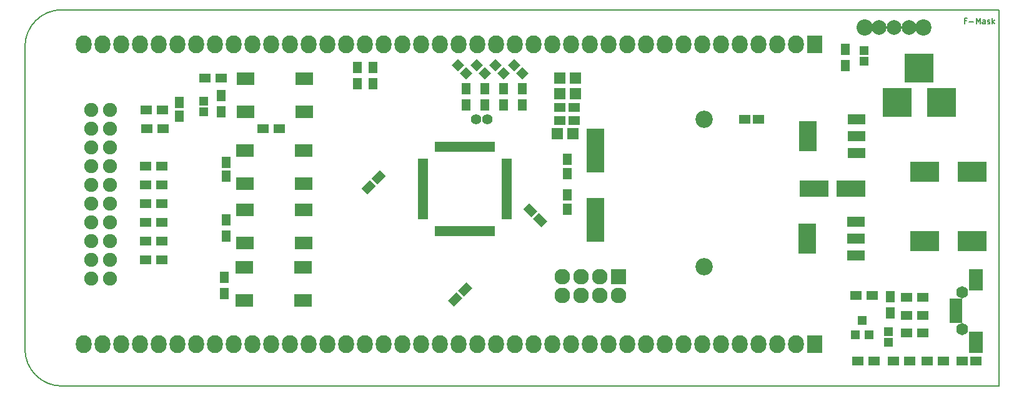
<source format=gbr>
G04 #@! TF.FileFunction,Soldermask,Top*
%FSLAX46Y46*%
G04 Gerber Fmt 4.6, Leading zero omitted, Abs format (unit mm)*
G04 Created by KiCad (PCBNEW (2015-01-16 BZR 5376)-product) date 7/24/2015 3:21:33 PM*
%MOMM*%
G01*
G04 APERTURE LIST*
%ADD10C,0.100000*%
%ADD11C,0.190500*%
%ADD12C,0.150000*%
%ADD13C,1.400760*%
%ADD14C,2.348180*%
%ADD15R,1.600000X1.150000*%
%ADD16R,1.150000X1.600000*%
%ADD17R,3.900120X2.800300*%
%ADD18R,3.900120X3.900120*%
%ADD19R,2.432000X4.057600*%
%ADD20R,2.432000X1.416000*%
%ADD21R,1.598880X1.598880*%
%ADD22R,2.127200X2.432000*%
%ADD23O,2.127200X2.432000*%
%ADD24C,1.906220*%
%ADD25R,2.127200X2.127200*%
%ADD26O,2.127200X2.127200*%
%ADD27R,1.200100X1.200100*%
%ADD28R,1.600000X1.300000*%
%ADD29R,1.300000X1.600000*%
%ADD30R,0.650000X1.400000*%
%ADD31R,1.400000X0.650000*%
%ADD32R,2.398980X5.899100*%
%ADD33R,2.400000X1.700000*%
%ADD34R,3.900120X2.200860*%
%ADD35R,1.197560X1.197560*%
%ADD36C,2.000000*%
%ADD37C,2.200000*%
%ADD38R,1.750000X0.800000*%
%ADD39O,1.600000X1.650000*%
%ADD40R,1.950000X2.900000*%
G04 APERTURE END LIST*
D10*
D11*
X186581143Y-42490571D02*
X186327143Y-42490571D01*
X186327143Y-42889714D02*
X186327143Y-42127714D01*
X186690000Y-42127714D01*
X186980286Y-42599429D02*
X187560857Y-42599429D01*
X187923715Y-42889714D02*
X187923715Y-42127714D01*
X188177715Y-42672000D01*
X188431715Y-42127714D01*
X188431715Y-42889714D01*
X189121143Y-42889714D02*
X189121143Y-42490571D01*
X189084857Y-42418000D01*
X189012286Y-42381714D01*
X188867143Y-42381714D01*
X188794572Y-42418000D01*
X189121143Y-42853429D02*
X189048572Y-42889714D01*
X188867143Y-42889714D01*
X188794572Y-42853429D01*
X188758286Y-42780857D01*
X188758286Y-42708286D01*
X188794572Y-42635714D01*
X188867143Y-42599429D01*
X189048572Y-42599429D01*
X189121143Y-42563143D01*
X189447715Y-42853429D02*
X189520286Y-42889714D01*
X189665429Y-42889714D01*
X189738001Y-42853429D01*
X189774286Y-42780857D01*
X189774286Y-42744571D01*
X189738001Y-42672000D01*
X189665429Y-42635714D01*
X189556572Y-42635714D01*
X189484001Y-42599429D01*
X189447715Y-42526857D01*
X189447715Y-42490571D01*
X189484001Y-42418000D01*
X189556572Y-42381714D01*
X189665429Y-42381714D01*
X189738001Y-42418000D01*
X190100858Y-42889714D02*
X190100858Y-42127714D01*
X190173429Y-42599429D02*
X190391143Y-42889714D01*
X190391143Y-42381714D02*
X190100858Y-42672000D01*
D12*
X64000000Y-92000000D02*
X191000000Y-92000000D01*
X59000000Y-46000000D02*
X59000000Y-87000000D01*
X64000000Y-41000000D02*
X191000000Y-41000000D01*
X59000000Y-87000000D02*
G75*
G03X64000000Y-92000000I5000000J0D01*
G01*
X64000000Y-41000000D02*
G75*
G03X59000000Y-46000000I0J-5000000D01*
G01*
X191000000Y-41000000D02*
X191000000Y-92000000D01*
D13*
X121653300Y-55880000D03*
X120154700Y-55880000D03*
D14*
X151003000Y-55819040D03*
X151003000Y-75819000D03*
D15*
X131511000Y-54229000D03*
X133411000Y-54229000D03*
X131511000Y-56007000D03*
X133411000Y-56007000D03*
D10*
G36*
X105404650Y-66033023D02*
X104591477Y-65219850D01*
X105722848Y-64088479D01*
X106536021Y-64901652D01*
X105404650Y-66033023D01*
X105404650Y-66033023D01*
G37*
G36*
X106748152Y-64689521D02*
X105934979Y-63876348D01*
X107066350Y-62744977D01*
X107879523Y-63558150D01*
X106748152Y-64689521D01*
X106748152Y-64689521D01*
G37*
G36*
X117152150Y-81209523D02*
X116338977Y-80396350D01*
X117470348Y-79264979D01*
X118283521Y-80078152D01*
X117152150Y-81209523D01*
X117152150Y-81209523D01*
G37*
G36*
X118495652Y-79866021D02*
X117682479Y-79052848D01*
X118813850Y-77921477D01*
X119627023Y-78734650D01*
X118495652Y-79866021D01*
X118495652Y-79866021D01*
G37*
G36*
X129787023Y-69664850D02*
X128973850Y-70478023D01*
X127842479Y-69346652D01*
X128655652Y-68533479D01*
X129787023Y-69664850D01*
X129787023Y-69664850D01*
G37*
G36*
X128443521Y-68321348D02*
X127630348Y-69134521D01*
X126498977Y-68003150D01*
X127312150Y-67189977D01*
X128443521Y-68321348D01*
X128443521Y-68321348D01*
G37*
D15*
X156530000Y-55880000D03*
X158430000Y-55880000D03*
D16*
X132461000Y-61280000D03*
X132461000Y-63180000D03*
X132461000Y-66106000D03*
X132461000Y-68006000D03*
X79883000Y-53533000D03*
X79883000Y-55433000D03*
X86296500Y-63561000D03*
X86296500Y-61661000D03*
D15*
X185994000Y-88646000D03*
X187894000Y-88646000D03*
D17*
X187401200Y-62992000D03*
X180898800Y-62992000D03*
X187401200Y-72390000D03*
X180898800Y-72390000D03*
D18*
X177187860Y-53594000D03*
X183187340Y-53594000D03*
X180187600Y-48895000D03*
D19*
X165100000Y-58166000D03*
D20*
X171704000Y-58166000D03*
X171704000Y-55880000D03*
X171704000Y-60452000D03*
D19*
X164973000Y-72009000D03*
D20*
X171577000Y-72009000D03*
X171577000Y-69723000D03*
X171577000Y-74295000D03*
D21*
X133604000Y-50258980D03*
X133604000Y-52357020D03*
X131445000Y-50258980D03*
X131445000Y-52357020D03*
X131157980Y-57785000D03*
X133256020Y-57785000D03*
D22*
X165989000Y-86360000D03*
D23*
X163449000Y-86360000D03*
X160909000Y-86360000D03*
X158369000Y-86360000D03*
X155829000Y-86360000D03*
X153289000Y-86360000D03*
X150749000Y-86360000D03*
X148209000Y-86360000D03*
X145669000Y-86360000D03*
X143129000Y-86360000D03*
X140589000Y-86360000D03*
X138049000Y-86360000D03*
X135509000Y-86360000D03*
X132969000Y-86360000D03*
X130429000Y-86360000D03*
X127889000Y-86360000D03*
X125349000Y-86360000D03*
X122809000Y-86360000D03*
X120269000Y-86360000D03*
X117729000Y-86360000D03*
X115189000Y-86360000D03*
X112649000Y-86360000D03*
X110109000Y-86360000D03*
X107569000Y-86360000D03*
X105029000Y-86360000D03*
X102489000Y-86360000D03*
X99949000Y-86360000D03*
X97409000Y-86360000D03*
X94869000Y-86360000D03*
X92329000Y-86360000D03*
X89789000Y-86360000D03*
X87249000Y-86360000D03*
X84709000Y-86360000D03*
X82169000Y-86360000D03*
X79629000Y-86360000D03*
X77089000Y-86360000D03*
X74549000Y-86360000D03*
X72009000Y-86360000D03*
X69469000Y-86360000D03*
X66929000Y-86360000D03*
D24*
X70520000Y-77430000D03*
X67980000Y-77430000D03*
X70520000Y-74890000D03*
X67980000Y-74890000D03*
X70520000Y-72350000D03*
X67980000Y-72350000D03*
X70520000Y-69810000D03*
X67980000Y-69810000D03*
X70520000Y-67270000D03*
X67980000Y-67270000D03*
X70520000Y-64730000D03*
X67980000Y-64730000D03*
X70520000Y-62190000D03*
X67980000Y-62190000D03*
X70520000Y-59650000D03*
X67980000Y-59650000D03*
X70520000Y-57110000D03*
X67980000Y-57110000D03*
X70520000Y-54570000D03*
X67980000Y-54570000D03*
D22*
X165989000Y-45720000D03*
D23*
X163449000Y-45720000D03*
X160909000Y-45720000D03*
X158369000Y-45720000D03*
X155829000Y-45720000D03*
X153289000Y-45720000D03*
X150749000Y-45720000D03*
X148209000Y-45720000D03*
X145669000Y-45720000D03*
X143129000Y-45720000D03*
X140589000Y-45720000D03*
X138049000Y-45720000D03*
X135509000Y-45720000D03*
X132969000Y-45720000D03*
X130429000Y-45720000D03*
X127889000Y-45720000D03*
X125349000Y-45720000D03*
X122809000Y-45720000D03*
X120269000Y-45720000D03*
X117729000Y-45720000D03*
X115189000Y-45720000D03*
X112649000Y-45720000D03*
X110109000Y-45720000D03*
X107569000Y-45720000D03*
X105029000Y-45720000D03*
X102489000Y-45720000D03*
X99949000Y-45720000D03*
X97409000Y-45720000D03*
X94869000Y-45720000D03*
X92329000Y-45720000D03*
X89789000Y-45720000D03*
X87249000Y-45720000D03*
X84709000Y-45720000D03*
X82169000Y-45720000D03*
X79629000Y-45720000D03*
X77089000Y-45720000D03*
X74549000Y-45720000D03*
X72009000Y-45720000D03*
X69469000Y-45720000D03*
X66929000Y-45720000D03*
D25*
X139446000Y-77216000D03*
D26*
X139446000Y-79756000D03*
X136906000Y-77216000D03*
X136906000Y-79756000D03*
X134366000Y-77216000D03*
X134366000Y-79756000D03*
X131826000Y-77216000D03*
X131826000Y-79756000D03*
D27*
X171516000Y-85074760D03*
X173416000Y-85074760D03*
X172466000Y-83075780D03*
D28*
X75354000Y-74930000D03*
X77554000Y-74930000D03*
X75354000Y-72390000D03*
X77554000Y-72390000D03*
X75354000Y-69786500D03*
X77554000Y-69786500D03*
X75354000Y-67246500D03*
X77554000Y-67246500D03*
X75354000Y-64706500D03*
X77554000Y-64706500D03*
X75354000Y-62166500D03*
X77554000Y-62166500D03*
X75481000Y-57150000D03*
X77681000Y-57150000D03*
X75417500Y-54546500D03*
X77617500Y-54546500D03*
D29*
X106172000Y-48811000D03*
X106172000Y-51011000D03*
X104013000Y-48811000D03*
X104013000Y-51011000D03*
X85598000Y-54821000D03*
X85598000Y-52621000D03*
D28*
X85555000Y-50292000D03*
X83355000Y-50292000D03*
D29*
X126365000Y-51732000D03*
X126365000Y-53932000D03*
X123825000Y-51732000D03*
X123825000Y-53932000D03*
X121285000Y-51732000D03*
X121285000Y-53932000D03*
X118745000Y-51732000D03*
X118745000Y-53932000D03*
D28*
X93429000Y-57150000D03*
X91229000Y-57150000D03*
X180678000Y-84836000D03*
X178478000Y-84836000D03*
X178478000Y-82423000D03*
X180678000Y-82423000D03*
X178478000Y-80010000D03*
X180678000Y-80010000D03*
X181272000Y-88646000D03*
X183472000Y-88646000D03*
D29*
X176276000Y-79926000D03*
X176276000Y-82126000D03*
D28*
X178900000Y-88646000D03*
X176700000Y-88646000D03*
X171620000Y-79756000D03*
X173820000Y-79756000D03*
D29*
X86233000Y-71712000D03*
X86233000Y-69512000D03*
D28*
X174074000Y-88646000D03*
X171874000Y-88646000D03*
D29*
X170180000Y-48598000D03*
X170180000Y-46398000D03*
X86042500Y-79459000D03*
X86042500Y-77259000D03*
D30*
X122368000Y-59578000D03*
X121868000Y-59578000D03*
X121368000Y-59578000D03*
X120868000Y-59578000D03*
X120368000Y-59578000D03*
X119868000Y-59578000D03*
X119368000Y-59578000D03*
X118868000Y-59578000D03*
X118368000Y-59578000D03*
X117868000Y-59578000D03*
X117368000Y-59578000D03*
X116868000Y-59578000D03*
X116368000Y-59578000D03*
X115868000Y-59578000D03*
X115368000Y-59578000D03*
X114868000Y-59578000D03*
D31*
X112918000Y-61528000D03*
X112918000Y-62028000D03*
X112918000Y-62528000D03*
X112918000Y-63028000D03*
X112918000Y-63528000D03*
X112918000Y-64028000D03*
X112918000Y-64528000D03*
X112918000Y-65028000D03*
X112918000Y-65528000D03*
X112918000Y-66028000D03*
X112918000Y-66528000D03*
X112918000Y-67028000D03*
X112918000Y-67528000D03*
X112918000Y-68028000D03*
X112918000Y-68528000D03*
X112918000Y-69028000D03*
D30*
X114868000Y-70978000D03*
X115368000Y-70978000D03*
X115868000Y-70978000D03*
X116368000Y-70978000D03*
X116868000Y-70978000D03*
X117368000Y-70978000D03*
X117868000Y-70978000D03*
X118368000Y-70978000D03*
X118868000Y-70978000D03*
X119368000Y-70978000D03*
X119868000Y-70978000D03*
X120368000Y-70978000D03*
X120868000Y-70978000D03*
X121368000Y-70978000D03*
X121868000Y-70978000D03*
X122368000Y-70978000D03*
D31*
X124318000Y-69028000D03*
X124318000Y-68528000D03*
X124318000Y-68028000D03*
X124318000Y-67528000D03*
X124318000Y-67028000D03*
X124318000Y-66528000D03*
X124318000Y-66028000D03*
X124318000Y-65528000D03*
X124318000Y-65028000D03*
X124318000Y-64528000D03*
X124318000Y-64028000D03*
X124318000Y-63528000D03*
X124318000Y-63028000D03*
X124318000Y-62528000D03*
X124318000Y-62028000D03*
X124318000Y-61528000D03*
D32*
X136271000Y-60071000D03*
X136271000Y-69469000D03*
D33*
X96812000Y-50328000D03*
X96812000Y-54828000D03*
X88862000Y-54828000D03*
X88862000Y-50328000D03*
X96748500Y-60043500D03*
X96748500Y-64543500D03*
X88798500Y-64543500D03*
X88798500Y-60043500D03*
X88735000Y-80418500D03*
X88735000Y-75918500D03*
X96685000Y-75918500D03*
X96685000Y-80418500D03*
X88798500Y-72608000D03*
X88798500Y-68108000D03*
X96748500Y-68108000D03*
X96748500Y-72608000D03*
D34*
X165902640Y-65278000D03*
X170901360Y-65278000D03*
D35*
X83185000Y-53352700D03*
X83185000Y-54851300D03*
D10*
G36*
X124480362Y-48492165D02*
X125327165Y-47645362D01*
X126173968Y-48492165D01*
X125327165Y-49338968D01*
X124480362Y-48492165D01*
X124480362Y-48492165D01*
G37*
G36*
X125540032Y-49551835D02*
X126386835Y-48705032D01*
X127233638Y-49551835D01*
X126386835Y-50398638D01*
X125540032Y-49551835D01*
X125540032Y-49551835D01*
G37*
G36*
X121940362Y-48492165D02*
X122787165Y-47645362D01*
X123633968Y-48492165D01*
X122787165Y-49338968D01*
X121940362Y-48492165D01*
X121940362Y-48492165D01*
G37*
G36*
X123000032Y-49551835D02*
X123846835Y-48705032D01*
X124693638Y-49551835D01*
X123846835Y-50398638D01*
X123000032Y-49551835D01*
X123000032Y-49551835D01*
G37*
G36*
X119400362Y-48492165D02*
X120247165Y-47645362D01*
X121093968Y-48492165D01*
X120247165Y-49338968D01*
X119400362Y-48492165D01*
X119400362Y-48492165D01*
G37*
G36*
X120460032Y-49551835D02*
X121306835Y-48705032D01*
X122153638Y-49551835D01*
X121306835Y-50398638D01*
X120460032Y-49551835D01*
X120460032Y-49551835D01*
G37*
G36*
X116860362Y-48492165D02*
X117707165Y-47645362D01*
X118553968Y-48492165D01*
X117707165Y-49338968D01*
X116860362Y-48492165D01*
X116860362Y-48492165D01*
G37*
G36*
X117920032Y-49551835D02*
X118766835Y-48705032D01*
X119613638Y-49551835D01*
X118766835Y-50398638D01*
X117920032Y-49551835D01*
X117920032Y-49551835D01*
G37*
D35*
X176022000Y-84594700D03*
X176022000Y-86093300D03*
X172720000Y-47993300D03*
X172720000Y-46494700D03*
D36*
X178784000Y-43434000D03*
X176784000Y-43434000D03*
X174784000Y-43434000D03*
D37*
X172784000Y-43434000D03*
X180784000Y-43434000D03*
D38*
X185166000Y-83108800D03*
X185166000Y-82458800D03*
X185166000Y-81808800D03*
X185166000Y-81158800D03*
X185166000Y-80508800D03*
D39*
X186000000Y-84308800D03*
X186000000Y-79308800D03*
D40*
X187866000Y-86108800D03*
X187866000Y-77608800D03*
M02*

</source>
